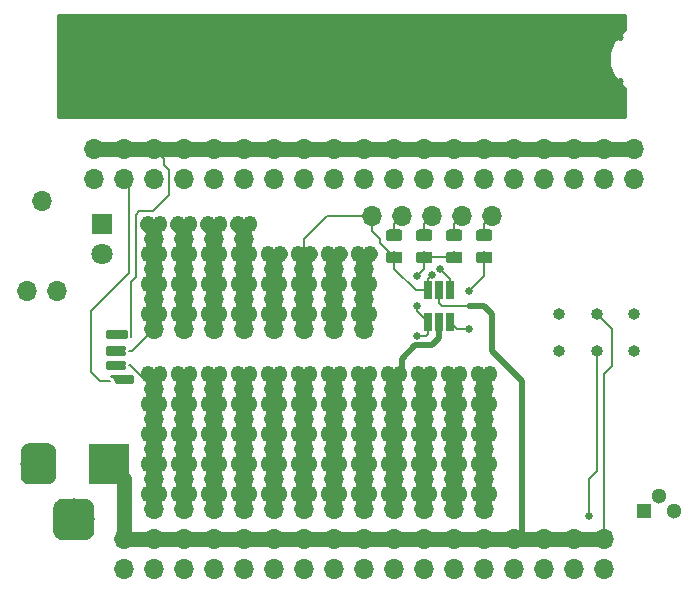
<source format=gtl>
G04 #@! TF.GenerationSoftware,KiCad,Pcbnew,5.0.2+dfsg1-1~bpo9+1*
G04 #@! TF.CreationDate,2020-03-29T02:56:01-04:00*
G04 #@! TF.ProjectId,attiny10,61747469-6e79-4313-902e-6b696361645f,0.10.a*
G04 #@! TF.SameCoordinates,Original*
G04 #@! TF.FileFunction,Copper,L1,Top*
G04 #@! TF.FilePolarity,Positive*
%FSLAX46Y46*%
G04 Gerber Fmt 4.6, Leading zero omitted, Abs format (unit mm)*
G04 Created by KiCad (PCBNEW 5.0.2+dfsg1-1~bpo9+1) date Sun 29 Mar 2020 02:56:01 AM EDT*
%MOMM*%
%LPD*%
G01*
G04 APERTURE LIST*
G04 #@! TA.AperFunction,ComponentPad*
%ADD10O,1.000000X1.000000*%
G04 #@! TD*
G04 #@! TA.AperFunction,ComponentPad*
%ADD11O,1.700000X1.700000*%
G04 #@! TD*
G04 #@! TA.AperFunction,Conductor*
%ADD12C,0.150000*%
G04 #@! TD*
G04 #@! TA.AperFunction,SMDPad,CuDef*
%ADD13C,0.975000*%
G04 #@! TD*
G04 #@! TA.AperFunction,ComponentPad*
%ADD14O,1.200000X1.400000*%
G04 #@! TD*
G04 #@! TA.AperFunction,ComponentPad*
%ADD15C,1.800000*%
G04 #@! TD*
G04 #@! TA.AperFunction,ComponentPad*
%ADD16R,1.800000X1.800000*%
G04 #@! TD*
G04 #@! TA.AperFunction,SMDPad,CuDef*
%ADD17R,0.650000X1.560000*%
G04 #@! TD*
G04 #@! TA.AperFunction,ComponentPad*
%ADD18R,1.300000X1.300000*%
G04 #@! TD*
G04 #@! TA.AperFunction,ComponentPad*
%ADD19C,1.300000*%
G04 #@! TD*
G04 #@! TA.AperFunction,ComponentPad*
%ADD20C,3.500000*%
G04 #@! TD*
G04 #@! TA.AperFunction,ComponentPad*
%ADD21C,3.000000*%
G04 #@! TD*
G04 #@! TA.AperFunction,ComponentPad*
%ADD22R,3.500000X3.500000*%
G04 #@! TD*
G04 #@! TA.AperFunction,ViaPad*
%ADD23C,0.635000*%
G04 #@! TD*
G04 #@! TA.AperFunction,Conductor*
%ADD24C,1.270000*%
G04 #@! TD*
G04 #@! TA.AperFunction,Conductor*
%ADD25C,1.016000*%
G04 #@! TD*
G04 #@! TA.AperFunction,Conductor*
%ADD26C,0.203200*%
G04 #@! TD*
G04 #@! TA.AperFunction,Conductor*
%ADD27C,0.508000*%
G04 #@! TD*
G04 #@! TA.AperFunction,NonConductor*
%ADD28C,0.254000*%
G04 #@! TD*
G04 APERTURE END LIST*
D10*
G04 #@! TO.P,REF\002A\002A,1*
G04 #@! TO.N,N/C*
X76835000Y-84455000D03*
G04 #@! TD*
G04 #@! TO.P,REF\002A\002A,1*
G04 #@! TO.N,N/C*
X80010000Y-84455000D03*
G04 #@! TD*
G04 #@! TO.P,REF\002A\002A,1*
G04 #@! TO.N,N/C*
X83185000Y-84455000D03*
G04 #@! TD*
G04 #@! TO.P,REF\002A\002A,1*
G04 #@! TO.N,N/C*
X83185000Y-81280000D03*
G04 #@! TD*
G04 #@! TO.P,REF\002A\002A,1*
G04 #@! TO.N,N/C*
X80010000Y-81280000D03*
G04 #@! TD*
D11*
G04 #@! TO.P,REF\002A\002A,1*
G04 #@! TO.N,N/C*
X67945000Y-102870000D03*
G04 #@! TD*
D12*
G04 #@! TO.N,N/C*
G04 #@! TO.C,REF\002A\002A*
G36*
X70965142Y-74141174D02*
X70988803Y-74144684D01*
X71012007Y-74150496D01*
X71034529Y-74158554D01*
X71056153Y-74168782D01*
X71076670Y-74181079D01*
X71095883Y-74195329D01*
X71113607Y-74211393D01*
X71129671Y-74229117D01*
X71143921Y-74248330D01*
X71156218Y-74268847D01*
X71166446Y-74290471D01*
X71174504Y-74312993D01*
X71180316Y-74336197D01*
X71183826Y-74359858D01*
X71185000Y-74383750D01*
X71185000Y-74871250D01*
X71183826Y-74895142D01*
X71180316Y-74918803D01*
X71174504Y-74942007D01*
X71166446Y-74964529D01*
X71156218Y-74986153D01*
X71143921Y-75006670D01*
X71129671Y-75025883D01*
X71113607Y-75043607D01*
X71095883Y-75059671D01*
X71076670Y-75073921D01*
X71056153Y-75086218D01*
X71034529Y-75096446D01*
X71012007Y-75104504D01*
X70988803Y-75110316D01*
X70965142Y-75113826D01*
X70941250Y-75115000D01*
X70028750Y-75115000D01*
X70004858Y-75113826D01*
X69981197Y-75110316D01*
X69957993Y-75104504D01*
X69935471Y-75096446D01*
X69913847Y-75086218D01*
X69893330Y-75073921D01*
X69874117Y-75059671D01*
X69856393Y-75043607D01*
X69840329Y-75025883D01*
X69826079Y-75006670D01*
X69813782Y-74986153D01*
X69803554Y-74964529D01*
X69795496Y-74942007D01*
X69789684Y-74918803D01*
X69786174Y-74895142D01*
X69785000Y-74871250D01*
X69785000Y-74383750D01*
X69786174Y-74359858D01*
X69789684Y-74336197D01*
X69795496Y-74312993D01*
X69803554Y-74290471D01*
X69813782Y-74268847D01*
X69826079Y-74248330D01*
X69840329Y-74229117D01*
X69856393Y-74211393D01*
X69874117Y-74195329D01*
X69893330Y-74181079D01*
X69913847Y-74168782D01*
X69935471Y-74158554D01*
X69957993Y-74150496D01*
X69981197Y-74144684D01*
X70004858Y-74141174D01*
X70028750Y-74140000D01*
X70941250Y-74140000D01*
X70965142Y-74141174D01*
X70965142Y-74141174D01*
G37*
D13*
G04 #@! TD*
G04 #@! TO.P,REF\002A\002A,1*
G04 #@! TO.N,N/C*
X70485000Y-74627500D03*
D12*
G04 #@! TO.N,N/C*
G04 #@! TO.C,REF\002A\002A*
G36*
X70965142Y-76016174D02*
X70988803Y-76019684D01*
X71012007Y-76025496D01*
X71034529Y-76033554D01*
X71056153Y-76043782D01*
X71076670Y-76056079D01*
X71095883Y-76070329D01*
X71113607Y-76086393D01*
X71129671Y-76104117D01*
X71143921Y-76123330D01*
X71156218Y-76143847D01*
X71166446Y-76165471D01*
X71174504Y-76187993D01*
X71180316Y-76211197D01*
X71183826Y-76234858D01*
X71185000Y-76258750D01*
X71185000Y-76746250D01*
X71183826Y-76770142D01*
X71180316Y-76793803D01*
X71174504Y-76817007D01*
X71166446Y-76839529D01*
X71156218Y-76861153D01*
X71143921Y-76881670D01*
X71129671Y-76900883D01*
X71113607Y-76918607D01*
X71095883Y-76934671D01*
X71076670Y-76948921D01*
X71056153Y-76961218D01*
X71034529Y-76971446D01*
X71012007Y-76979504D01*
X70988803Y-76985316D01*
X70965142Y-76988826D01*
X70941250Y-76990000D01*
X70028750Y-76990000D01*
X70004858Y-76988826D01*
X69981197Y-76985316D01*
X69957993Y-76979504D01*
X69935471Y-76971446D01*
X69913847Y-76961218D01*
X69893330Y-76948921D01*
X69874117Y-76934671D01*
X69856393Y-76918607D01*
X69840329Y-76900883D01*
X69826079Y-76881670D01*
X69813782Y-76861153D01*
X69803554Y-76839529D01*
X69795496Y-76817007D01*
X69789684Y-76793803D01*
X69786174Y-76770142D01*
X69785000Y-76746250D01*
X69785000Y-76258750D01*
X69786174Y-76234858D01*
X69789684Y-76211197D01*
X69795496Y-76187993D01*
X69803554Y-76165471D01*
X69813782Y-76143847D01*
X69826079Y-76123330D01*
X69840329Y-76104117D01*
X69856393Y-76086393D01*
X69874117Y-76070329D01*
X69893330Y-76056079D01*
X69913847Y-76043782D01*
X69935471Y-76033554D01*
X69957993Y-76025496D01*
X69981197Y-76019684D01*
X70004858Y-76016174D01*
X70028750Y-76015000D01*
X70941250Y-76015000D01*
X70965142Y-76016174D01*
X70965142Y-76016174D01*
G37*
D13*
G04 #@! TD*
G04 #@! TO.P,REF\002A\002A,2*
G04 #@! TO.N,N/C*
X70485000Y-76502500D03*
D12*
G04 #@! TO.N,N/C*
G04 #@! TO.C,REF\002A\002A*
G36*
X68425142Y-76016174D02*
X68448803Y-76019684D01*
X68472007Y-76025496D01*
X68494529Y-76033554D01*
X68516153Y-76043782D01*
X68536670Y-76056079D01*
X68555883Y-76070329D01*
X68573607Y-76086393D01*
X68589671Y-76104117D01*
X68603921Y-76123330D01*
X68616218Y-76143847D01*
X68626446Y-76165471D01*
X68634504Y-76187993D01*
X68640316Y-76211197D01*
X68643826Y-76234858D01*
X68645000Y-76258750D01*
X68645000Y-76746250D01*
X68643826Y-76770142D01*
X68640316Y-76793803D01*
X68634504Y-76817007D01*
X68626446Y-76839529D01*
X68616218Y-76861153D01*
X68603921Y-76881670D01*
X68589671Y-76900883D01*
X68573607Y-76918607D01*
X68555883Y-76934671D01*
X68536670Y-76948921D01*
X68516153Y-76961218D01*
X68494529Y-76971446D01*
X68472007Y-76979504D01*
X68448803Y-76985316D01*
X68425142Y-76988826D01*
X68401250Y-76990000D01*
X67488750Y-76990000D01*
X67464858Y-76988826D01*
X67441197Y-76985316D01*
X67417993Y-76979504D01*
X67395471Y-76971446D01*
X67373847Y-76961218D01*
X67353330Y-76948921D01*
X67334117Y-76934671D01*
X67316393Y-76918607D01*
X67300329Y-76900883D01*
X67286079Y-76881670D01*
X67273782Y-76861153D01*
X67263554Y-76839529D01*
X67255496Y-76817007D01*
X67249684Y-76793803D01*
X67246174Y-76770142D01*
X67245000Y-76746250D01*
X67245000Y-76258750D01*
X67246174Y-76234858D01*
X67249684Y-76211197D01*
X67255496Y-76187993D01*
X67263554Y-76165471D01*
X67273782Y-76143847D01*
X67286079Y-76123330D01*
X67300329Y-76104117D01*
X67316393Y-76086393D01*
X67334117Y-76070329D01*
X67353330Y-76056079D01*
X67373847Y-76043782D01*
X67395471Y-76033554D01*
X67417993Y-76025496D01*
X67441197Y-76019684D01*
X67464858Y-76016174D01*
X67488750Y-76015000D01*
X68401250Y-76015000D01*
X68425142Y-76016174D01*
X68425142Y-76016174D01*
G37*
D13*
G04 #@! TD*
G04 #@! TO.P,REF\002A\002A,2*
G04 #@! TO.N,N/C*
X67945000Y-76502500D03*
D12*
G04 #@! TO.N,N/C*
G04 #@! TO.C,REF\002A\002A*
G36*
X68425142Y-74141174D02*
X68448803Y-74144684D01*
X68472007Y-74150496D01*
X68494529Y-74158554D01*
X68516153Y-74168782D01*
X68536670Y-74181079D01*
X68555883Y-74195329D01*
X68573607Y-74211393D01*
X68589671Y-74229117D01*
X68603921Y-74248330D01*
X68616218Y-74268847D01*
X68626446Y-74290471D01*
X68634504Y-74312993D01*
X68640316Y-74336197D01*
X68643826Y-74359858D01*
X68645000Y-74383750D01*
X68645000Y-74871250D01*
X68643826Y-74895142D01*
X68640316Y-74918803D01*
X68634504Y-74942007D01*
X68626446Y-74964529D01*
X68616218Y-74986153D01*
X68603921Y-75006670D01*
X68589671Y-75025883D01*
X68573607Y-75043607D01*
X68555883Y-75059671D01*
X68536670Y-75073921D01*
X68516153Y-75086218D01*
X68494529Y-75096446D01*
X68472007Y-75104504D01*
X68448803Y-75110316D01*
X68425142Y-75113826D01*
X68401250Y-75115000D01*
X67488750Y-75115000D01*
X67464858Y-75113826D01*
X67441197Y-75110316D01*
X67417993Y-75104504D01*
X67395471Y-75096446D01*
X67373847Y-75086218D01*
X67353330Y-75073921D01*
X67334117Y-75059671D01*
X67316393Y-75043607D01*
X67300329Y-75025883D01*
X67286079Y-75006670D01*
X67273782Y-74986153D01*
X67263554Y-74964529D01*
X67255496Y-74942007D01*
X67249684Y-74918803D01*
X67246174Y-74895142D01*
X67245000Y-74871250D01*
X67245000Y-74383750D01*
X67246174Y-74359858D01*
X67249684Y-74336197D01*
X67255496Y-74312993D01*
X67263554Y-74290471D01*
X67273782Y-74268847D01*
X67286079Y-74248330D01*
X67300329Y-74229117D01*
X67316393Y-74211393D01*
X67334117Y-74195329D01*
X67353330Y-74181079D01*
X67373847Y-74168782D01*
X67395471Y-74158554D01*
X67417993Y-74150496D01*
X67441197Y-74144684D01*
X67464858Y-74141174D01*
X67488750Y-74140000D01*
X68401250Y-74140000D01*
X68425142Y-74141174D01*
X68425142Y-74141174D01*
G37*
D13*
G04 #@! TD*
G04 #@! TO.P,REF\002A\002A,1*
G04 #@! TO.N,N/C*
X67945000Y-74627500D03*
D12*
G04 #@! TO.N,N/C*
G04 #@! TO.C,REF\002A\002A*
G36*
X65885142Y-74141174D02*
X65908803Y-74144684D01*
X65932007Y-74150496D01*
X65954529Y-74158554D01*
X65976153Y-74168782D01*
X65996670Y-74181079D01*
X66015883Y-74195329D01*
X66033607Y-74211393D01*
X66049671Y-74229117D01*
X66063921Y-74248330D01*
X66076218Y-74268847D01*
X66086446Y-74290471D01*
X66094504Y-74312993D01*
X66100316Y-74336197D01*
X66103826Y-74359858D01*
X66105000Y-74383750D01*
X66105000Y-74871250D01*
X66103826Y-74895142D01*
X66100316Y-74918803D01*
X66094504Y-74942007D01*
X66086446Y-74964529D01*
X66076218Y-74986153D01*
X66063921Y-75006670D01*
X66049671Y-75025883D01*
X66033607Y-75043607D01*
X66015883Y-75059671D01*
X65996670Y-75073921D01*
X65976153Y-75086218D01*
X65954529Y-75096446D01*
X65932007Y-75104504D01*
X65908803Y-75110316D01*
X65885142Y-75113826D01*
X65861250Y-75115000D01*
X64948750Y-75115000D01*
X64924858Y-75113826D01*
X64901197Y-75110316D01*
X64877993Y-75104504D01*
X64855471Y-75096446D01*
X64833847Y-75086218D01*
X64813330Y-75073921D01*
X64794117Y-75059671D01*
X64776393Y-75043607D01*
X64760329Y-75025883D01*
X64746079Y-75006670D01*
X64733782Y-74986153D01*
X64723554Y-74964529D01*
X64715496Y-74942007D01*
X64709684Y-74918803D01*
X64706174Y-74895142D01*
X64705000Y-74871250D01*
X64705000Y-74383750D01*
X64706174Y-74359858D01*
X64709684Y-74336197D01*
X64715496Y-74312993D01*
X64723554Y-74290471D01*
X64733782Y-74268847D01*
X64746079Y-74248330D01*
X64760329Y-74229117D01*
X64776393Y-74211393D01*
X64794117Y-74195329D01*
X64813330Y-74181079D01*
X64833847Y-74168782D01*
X64855471Y-74158554D01*
X64877993Y-74150496D01*
X64901197Y-74144684D01*
X64924858Y-74141174D01*
X64948750Y-74140000D01*
X65861250Y-74140000D01*
X65885142Y-74141174D01*
X65885142Y-74141174D01*
G37*
D13*
G04 #@! TD*
G04 #@! TO.P,REF\002A\002A,1*
G04 #@! TO.N,N/C*
X65405000Y-74627500D03*
D12*
G04 #@! TO.N,N/C*
G04 #@! TO.C,REF\002A\002A*
G36*
X65885142Y-76016174D02*
X65908803Y-76019684D01*
X65932007Y-76025496D01*
X65954529Y-76033554D01*
X65976153Y-76043782D01*
X65996670Y-76056079D01*
X66015883Y-76070329D01*
X66033607Y-76086393D01*
X66049671Y-76104117D01*
X66063921Y-76123330D01*
X66076218Y-76143847D01*
X66086446Y-76165471D01*
X66094504Y-76187993D01*
X66100316Y-76211197D01*
X66103826Y-76234858D01*
X66105000Y-76258750D01*
X66105000Y-76746250D01*
X66103826Y-76770142D01*
X66100316Y-76793803D01*
X66094504Y-76817007D01*
X66086446Y-76839529D01*
X66076218Y-76861153D01*
X66063921Y-76881670D01*
X66049671Y-76900883D01*
X66033607Y-76918607D01*
X66015883Y-76934671D01*
X65996670Y-76948921D01*
X65976153Y-76961218D01*
X65954529Y-76971446D01*
X65932007Y-76979504D01*
X65908803Y-76985316D01*
X65885142Y-76988826D01*
X65861250Y-76990000D01*
X64948750Y-76990000D01*
X64924858Y-76988826D01*
X64901197Y-76985316D01*
X64877993Y-76979504D01*
X64855471Y-76971446D01*
X64833847Y-76961218D01*
X64813330Y-76948921D01*
X64794117Y-76934671D01*
X64776393Y-76918607D01*
X64760329Y-76900883D01*
X64746079Y-76881670D01*
X64733782Y-76861153D01*
X64723554Y-76839529D01*
X64715496Y-76817007D01*
X64709684Y-76793803D01*
X64706174Y-76770142D01*
X64705000Y-76746250D01*
X64705000Y-76258750D01*
X64706174Y-76234858D01*
X64709684Y-76211197D01*
X64715496Y-76187993D01*
X64723554Y-76165471D01*
X64733782Y-76143847D01*
X64746079Y-76123330D01*
X64760329Y-76104117D01*
X64776393Y-76086393D01*
X64794117Y-76070329D01*
X64813330Y-76056079D01*
X64833847Y-76043782D01*
X64855471Y-76033554D01*
X64877993Y-76025496D01*
X64901197Y-76019684D01*
X64924858Y-76016174D01*
X64948750Y-76015000D01*
X65861250Y-76015000D01*
X65885142Y-76016174D01*
X65885142Y-76016174D01*
G37*
D13*
G04 #@! TD*
G04 #@! TO.P,REF\002A\002A,2*
G04 #@! TO.N,N/C*
X65405000Y-76502500D03*
D11*
G04 #@! TO.P,REF\002A\002A,1*
G04 #@! TO.N,N/C*
X60960000Y-73025000D03*
G04 #@! TD*
G04 #@! TO.P,REF\002A\002A,1*
G04 #@! TO.N,N/C*
X71120000Y-73025000D03*
G04 #@! TD*
G04 #@! TO.P,REF\002A\002A,1*
G04 #@! TO.N,N/C*
X68580000Y-73025000D03*
G04 #@! TD*
G04 #@! TO.P,REF\002A\002A,1*
G04 #@! TO.N,N/C*
X66040000Y-73025000D03*
G04 #@! TD*
G04 #@! TO.P,REF\002A\002A,1*
G04 #@! TO.N,N/C*
X63500000Y-73025000D03*
G04 #@! TD*
G04 #@! TO.P,REF\002A\002A,1*
G04 #@! TO.N,N/C*
X73025000Y-69850000D03*
G04 #@! TD*
G04 #@! TO.P,REF\002A\002A,1*
G04 #@! TO.N,N/C*
X70485000Y-69850000D03*
G04 #@! TD*
G04 #@! TO.P,REF\002A\002A,1*
G04 #@! TO.N,N/C*
X67945000Y-69850000D03*
G04 #@! TD*
G04 #@! TO.P,REF\002A\002A,1*
G04 #@! TO.N,N/C*
X65405000Y-69850000D03*
G04 #@! TD*
G04 #@! TO.P,REF\002A\002A,1*
G04 #@! TO.N,N/C*
X33020000Y-71755000D03*
G04 #@! TD*
G04 #@! TO.P,REF\002A\002A,1*
G04 #@! TO.N,N/C*
X34290000Y-79375000D03*
G04 #@! TD*
G04 #@! TO.P,REF\002A\002A,1*
G04 #@! TO.N,N/C*
X31750000Y-79375000D03*
G04 #@! TD*
G04 #@! TO.P,REF\002A\002A,1*
G04 #@! TO.N,N/C*
X83185000Y-69850000D03*
G04 #@! TD*
G04 #@! TO.P,REF\002A\002A,1*
G04 #@! TO.N,N/C*
X70485000Y-67310000D03*
G04 #@! TD*
G04 #@! TO.P,REF\002A\002A,1*
G04 #@! TO.N,N/C*
X83185000Y-67310000D03*
G04 #@! TD*
G04 #@! TO.P,REF\002A\002A,1*
G04 #@! TO.N,N/C*
X75565000Y-67310000D03*
G04 #@! TD*
G04 #@! TO.P,REF\002A\002A,1*
G04 #@! TO.N,N/C*
X78105000Y-69850000D03*
G04 #@! TD*
G04 #@! TO.P,REF\002A\002A,1*
G04 #@! TO.N,N/C*
X78105000Y-67310000D03*
G04 #@! TD*
G04 #@! TO.P,REF\002A\002A,1*
G04 #@! TO.N,N/C*
X80645000Y-67310000D03*
G04 #@! TD*
G04 #@! TO.P,REF\002A\002A,1*
G04 #@! TO.N,N/C*
X73025000Y-67310000D03*
G04 #@! TD*
G04 #@! TO.P,REF\002A\002A,1*
G04 #@! TO.N,N/C*
X75565000Y-69850000D03*
G04 #@! TD*
G04 #@! TO.P,REF\002A\002A,1*
G04 #@! TO.N,N/C*
X80645000Y-69850000D03*
G04 #@! TD*
G04 #@! TO.P,REF\002A\002A,1*
G04 #@! TO.N,N/C*
X80645000Y-102870000D03*
G04 #@! TD*
G04 #@! TO.P,REF\002A\002A,1*
G04 #@! TO.N,N/C*
X75565000Y-102870000D03*
G04 #@! TD*
G04 #@! TO.P,REF\002A\002A,1*
G04 #@! TO.N,N/C*
X70485000Y-102870000D03*
G04 #@! TD*
G04 #@! TO.P,REF\002A\002A,1*
G04 #@! TO.N,N/C*
X78105000Y-102870000D03*
G04 #@! TD*
G04 #@! TO.P,REF\002A\002A,1*
G04 #@! TO.N,N/C*
X73025000Y-102870000D03*
G04 #@! TD*
G04 #@! TO.P,REF\002A\002A,1*
G04 #@! TO.N,N/C*
X73025000Y-100330000D03*
G04 #@! TD*
G04 #@! TO.P,REF\002A\002A,1*
G04 #@! TO.N,N/C*
X78105000Y-100330000D03*
G04 #@! TD*
G04 #@! TO.P,REF\002A\002A,1*
G04 #@! TO.N,N/C*
X80645000Y-100330000D03*
G04 #@! TD*
G04 #@! TO.P,REF\002A\002A,1*
G04 #@! TO.N,N/C*
X75565000Y-100330000D03*
G04 #@! TD*
G04 #@! TO.P,REF\002A\002A,1*
G04 #@! TO.N,N/C*
X70485000Y-100330000D03*
G04 #@! TD*
G04 #@! TO.P,REF\002A\002A,1*
G04 #@! TO.N,N/C*
X70485000Y-92710000D03*
G04 #@! TD*
G04 #@! TO.P,REF\002A\002A,1*
G04 #@! TO.N,N/C*
X65405000Y-90170000D03*
G04 #@! TD*
G04 #@! TO.P,REF\002A\002A,1*
G04 #@! TO.N,N/C*
X65405000Y-97790000D03*
G04 #@! TD*
G04 #@! TO.P,REF\002A\002A,1*
G04 #@! TO.N,N/C*
X62865000Y-87630000D03*
G04 #@! TD*
G04 #@! TO.P,REF\002A\002A,1*
G04 #@! TO.N,N/C*
X62865000Y-90170000D03*
G04 #@! TD*
G04 #@! TO.P,REF\002A\002A,1*
G04 #@! TO.N,N/C*
X67945000Y-95250000D03*
G04 #@! TD*
G04 #@! TO.P,REF\002A\002A,1*
G04 #@! TO.N,N/C*
X67945000Y-92710000D03*
G04 #@! TD*
G04 #@! TO.P,REF\002A\002A,1*
G04 #@! TO.N,N/C*
X70485000Y-97790000D03*
G04 #@! TD*
G04 #@! TO.P,REF\002A\002A,1*
G04 #@! TO.N,N/C*
X70485000Y-90170000D03*
G04 #@! TD*
G04 #@! TO.P,REF\002A\002A,1*
G04 #@! TO.N,N/C*
X70485000Y-95250000D03*
G04 #@! TD*
G04 #@! TO.P,REF\002A\002A,1*
G04 #@! TO.N,N/C*
X62865000Y-95250000D03*
G04 #@! TD*
G04 #@! TO.P,REF\002A\002A,1*
G04 #@! TO.N,N/C*
X62865000Y-92710000D03*
G04 #@! TD*
G04 #@! TO.P,REF\002A\002A,1*
G04 #@! TO.N,N/C*
X65405000Y-95250000D03*
G04 #@! TD*
G04 #@! TO.P,REF\002A\002A,1*
G04 #@! TO.N,N/C*
X65405000Y-92710000D03*
G04 #@! TD*
G04 #@! TO.P,REF\002A\002A,1*
G04 #@! TO.N,N/C*
X67945000Y-97790000D03*
G04 #@! TD*
G04 #@! TO.P,REF\002A\002A,1*
G04 #@! TO.N,N/C*
X62865000Y-97790000D03*
G04 #@! TD*
G04 #@! TO.P,REF\002A\002A,1*
G04 #@! TO.N,N/C*
X67945000Y-90170000D03*
G04 #@! TD*
G04 #@! TO.P,REF\002A\002A,1*
G04 #@! TO.N,N/C*
X67945000Y-87630000D03*
G04 #@! TD*
D14*
G04 #@! TO.P,P?,8*
G04 #@! TO.N,N/C*
X71020000Y-88900000D03*
G04 #@! TO.P,P?,7*
X69950000Y-88900000D03*
G04 #@! TO.P,P?,6*
X68480000Y-88900000D03*
G04 #@! TO.P,P?,5*
X67410000Y-88900000D03*
G04 #@! TO.P,P?,4*
X65940000Y-88900000D03*
G04 #@! TO.P,P?,3*
X64870000Y-88900000D03*
G04 #@! TO.P,P?,2*
X63400000Y-88900000D03*
G04 #@! TO.P,P?,1*
X62330000Y-88900000D03*
G04 #@! TD*
G04 #@! TO.P,P?,8*
G04 #@! TO.N,N/C*
X71020000Y-96520000D03*
G04 #@! TO.P,P?,7*
X69950000Y-96520000D03*
G04 #@! TO.P,P?,6*
X68480000Y-96520000D03*
G04 #@! TO.P,P?,5*
X67410000Y-96520000D03*
G04 #@! TO.P,P?,4*
X65940000Y-96520000D03*
G04 #@! TO.P,P?,3*
X64870000Y-96520000D03*
G04 #@! TO.P,P?,2*
X63400000Y-96520000D03*
G04 #@! TO.P,P?,1*
X62330000Y-96520000D03*
G04 #@! TD*
G04 #@! TO.P,P?,8*
G04 #@! TO.N,N/C*
X71020000Y-86360000D03*
G04 #@! TO.P,P?,7*
X69950000Y-86360000D03*
G04 #@! TO.P,P?,6*
X68480000Y-86360000D03*
G04 #@! TO.P,P?,5*
X67410000Y-86360000D03*
G04 #@! TO.P,P?,4*
X65940000Y-86360000D03*
G04 #@! TO.P,P?,3*
X64870000Y-86360000D03*
G04 #@! TO.P,P?,2*
X63400000Y-86360000D03*
G04 #@! TO.P,P?,1*
X62330000Y-86360000D03*
G04 #@! TD*
G04 #@! TO.P,P?,8*
G04 #@! TO.N,N/C*
X71020000Y-93980000D03*
G04 #@! TO.P,P?,7*
X69950000Y-93980000D03*
G04 #@! TO.P,P?,6*
X68480000Y-93980000D03*
G04 #@! TO.P,P?,5*
X67410000Y-93980000D03*
G04 #@! TO.P,P?,4*
X65940000Y-93980000D03*
G04 #@! TO.P,P?,3*
X64870000Y-93980000D03*
G04 #@! TO.P,P?,2*
X63400000Y-93980000D03*
G04 #@! TO.P,P?,1*
X62330000Y-93980000D03*
G04 #@! TD*
G04 #@! TO.P,P?,8*
G04 #@! TO.N,N/C*
X71020000Y-91440000D03*
G04 #@! TO.P,P?,7*
X69950000Y-91440000D03*
G04 #@! TO.P,P?,6*
X68480000Y-91440000D03*
G04 #@! TO.P,P?,5*
X67410000Y-91440000D03*
G04 #@! TO.P,P?,4*
X65940000Y-91440000D03*
G04 #@! TO.P,P?,3*
X64870000Y-91440000D03*
G04 #@! TO.P,P?,2*
X63400000Y-91440000D03*
G04 #@! TO.P,P?,1*
X62330000Y-91440000D03*
G04 #@! TD*
D11*
G04 #@! TO.P,REF\002A\002A,1*
G04 #@! TO.N,N/C*
X65405000Y-87630000D03*
G04 #@! TD*
G04 #@! TO.P,REF\002A\002A,1*
G04 #@! TO.N,N/C*
X70485000Y-87630000D03*
G04 #@! TD*
G04 #@! TO.P,REF\002A\002A,1*
G04 #@! TO.N,N/C*
X50165000Y-77470000D03*
G04 #@! TD*
G04 #@! TO.P,REF\002A\002A,1*
G04 #@! TO.N,N/C*
X52705000Y-82550000D03*
G04 #@! TD*
G04 #@! TO.P,REF\002A\002A,1*
G04 #@! TO.N,N/C*
X52705000Y-80010000D03*
G04 #@! TD*
G04 #@! TO.P,REF\002A\002A,1*
G04 #@! TO.N,N/C*
X57785000Y-82550000D03*
G04 #@! TD*
G04 #@! TO.P,REF\002A\002A,1*
G04 #@! TO.N,N/C*
X45085000Y-74930000D03*
G04 #@! TD*
G04 #@! TO.P,REF\002A\002A,1*
G04 #@! TO.N,N/C*
X45085000Y-82550000D03*
G04 #@! TD*
G04 #@! TO.P,REF\002A\002A,1*
G04 #@! TO.N,N/C*
X42545000Y-74930000D03*
G04 #@! TD*
G04 #@! TO.P,REF\002A\002A,1*
G04 #@! TO.N,N/C*
X47625000Y-80010000D03*
G04 #@! TD*
G04 #@! TO.P,REF\002A\002A,1*
G04 #@! TO.N,N/C*
X47625000Y-77470000D03*
G04 #@! TD*
G04 #@! TO.P,REF\002A\002A,1*
G04 #@! TO.N,N/C*
X50165000Y-82550000D03*
G04 #@! TD*
G04 #@! TO.P,REF\002A\002A,1*
G04 #@! TO.N,N/C*
X50165000Y-74930000D03*
G04 #@! TD*
G04 #@! TO.P,REF\002A\002A,1*
G04 #@! TO.N,N/C*
X57785000Y-77470000D03*
G04 #@! TD*
G04 #@! TO.P,REF\002A\002A,1*
G04 #@! TO.N,N/C*
X55245000Y-77470000D03*
G04 #@! TD*
G04 #@! TO.P,REF\002A\002A,1*
G04 #@! TO.N,N/C*
X50165000Y-80010000D03*
G04 #@! TD*
G04 #@! TO.P,REF\002A\002A,1*
G04 #@! TO.N,N/C*
X42545000Y-80010000D03*
G04 #@! TD*
G04 #@! TO.P,REF\002A\002A,1*
G04 #@! TO.N,N/C*
X42545000Y-77470000D03*
G04 #@! TD*
G04 #@! TO.P,REF\002A\002A,1*
G04 #@! TO.N,N/C*
X55245000Y-80010000D03*
G04 #@! TD*
G04 #@! TO.P,REF\002A\002A,1*
G04 #@! TO.N,N/C*
X60325000Y-82550000D03*
G04 #@! TD*
G04 #@! TO.P,REF\002A\002A,1*
G04 #@! TO.N,N/C*
X60325000Y-80010000D03*
G04 #@! TD*
G04 #@! TO.P,REF\002A\002A,1*
G04 #@! TO.N,N/C*
X52705000Y-77470000D03*
G04 #@! TD*
D14*
G04 #@! TO.P,P?,1*
G04 #@! TO.N,N/C*
X52170000Y-76200000D03*
G04 #@! TO.P,P?,2*
X53240000Y-76200000D03*
G04 #@! TO.P,P?,3*
X54710000Y-76200000D03*
G04 #@! TO.P,P?,4*
X55780000Y-76200000D03*
G04 #@! TO.P,P?,5*
X57250000Y-76200000D03*
G04 #@! TO.P,P?,6*
X58320000Y-76200000D03*
G04 #@! TO.P,P?,7*
X59790000Y-76200000D03*
G04 #@! TO.P,P?,8*
X60860000Y-76200000D03*
G04 #@! TD*
D11*
G04 #@! TO.P,REF\002A\002A,1*
G04 #@! TO.N,N/C*
X55245000Y-82550000D03*
G04 #@! TD*
G04 #@! TO.P,REF\002A\002A,1*
G04 #@! TO.N,N/C*
X57785000Y-80010000D03*
G04 #@! TD*
D14*
G04 #@! TO.P,P?,1*
G04 #@! TO.N,N/C*
X52170000Y-81280000D03*
G04 #@! TO.P,P?,2*
X53240000Y-81280000D03*
G04 #@! TO.P,P?,3*
X54710000Y-81280000D03*
G04 #@! TO.P,P?,4*
X55780000Y-81280000D03*
G04 #@! TO.P,P?,5*
X57250000Y-81280000D03*
G04 #@! TO.P,P?,6*
X58320000Y-81280000D03*
G04 #@! TO.P,P?,7*
X59790000Y-81280000D03*
G04 #@! TO.P,P?,8*
X60860000Y-81280000D03*
G04 #@! TD*
D11*
G04 #@! TO.P,REF\002A\002A,1*
G04 #@! TO.N,N/C*
X45085000Y-80010000D03*
G04 #@! TD*
G04 #@! TO.P,REF\002A\002A,1*
G04 #@! TO.N,N/C*
X45085000Y-77470000D03*
G04 #@! TD*
D14*
G04 #@! TO.P,P?,1*
G04 #@! TO.N,N/C*
X52170000Y-78740000D03*
G04 #@! TO.P,P?,2*
X53240000Y-78740000D03*
G04 #@! TO.P,P?,3*
X54710000Y-78740000D03*
G04 #@! TO.P,P?,4*
X55780000Y-78740000D03*
G04 #@! TO.P,P?,5*
X57250000Y-78740000D03*
G04 #@! TO.P,P?,6*
X58320000Y-78740000D03*
G04 #@! TO.P,P?,7*
X59790000Y-78740000D03*
G04 #@! TO.P,P?,8*
X60860000Y-78740000D03*
G04 #@! TD*
D11*
G04 #@! TO.P,REF\002A\002A,1*
G04 #@! TO.N,N/C*
X47625000Y-82550000D03*
G04 #@! TD*
G04 #@! TO.P,REF\002A\002A,1*
G04 #@! TO.N,N/C*
X42545000Y-82550000D03*
G04 #@! TD*
G04 #@! TO.P,REF\002A\002A,1*
G04 #@! TO.N,N/C*
X47625000Y-74930000D03*
G04 #@! TD*
G04 #@! TO.P,REF\002A\002A,1*
G04 #@! TO.N,N/C*
X60325000Y-77470000D03*
G04 #@! TD*
D14*
G04 #@! TO.P,P?,8*
G04 #@! TO.N,N/C*
X50700000Y-73660000D03*
G04 #@! TO.P,P?,7*
X49630000Y-73660000D03*
G04 #@! TO.P,P?,6*
X48160000Y-73660000D03*
G04 #@! TO.P,P?,5*
X47090000Y-73660000D03*
G04 #@! TO.P,P?,4*
X45620000Y-73660000D03*
G04 #@! TO.P,P?,3*
X44550000Y-73660000D03*
G04 #@! TO.P,P?,2*
X43080000Y-73660000D03*
G04 #@! TO.P,P?,1*
X42010000Y-73660000D03*
G04 #@! TD*
G04 #@! TO.P,P?,8*
G04 #@! TO.N,N/C*
X50700000Y-81280000D03*
G04 #@! TO.P,P?,7*
X49630000Y-81280000D03*
G04 #@! TO.P,P?,6*
X48160000Y-81280000D03*
G04 #@! TO.P,P?,5*
X47090000Y-81280000D03*
G04 #@! TO.P,P?,4*
X45620000Y-81280000D03*
G04 #@! TO.P,P?,3*
X44550000Y-81280000D03*
G04 #@! TO.P,P?,2*
X43080000Y-81280000D03*
G04 #@! TO.P,P?,1*
X42010000Y-81280000D03*
G04 #@! TD*
G04 #@! TO.P,P?,8*
G04 #@! TO.N,N/C*
X50700000Y-78740000D03*
G04 #@! TO.P,P?,7*
X49630000Y-78740000D03*
G04 #@! TO.P,P?,6*
X48160000Y-78740000D03*
G04 #@! TO.P,P?,5*
X47090000Y-78740000D03*
G04 #@! TO.P,P?,4*
X45620000Y-78740000D03*
G04 #@! TO.P,P?,3*
X44550000Y-78740000D03*
G04 #@! TO.P,P?,2*
X43080000Y-78740000D03*
G04 #@! TO.P,P?,1*
X42010000Y-78740000D03*
G04 #@! TD*
G04 #@! TO.P,P?,8*
G04 #@! TO.N,N/C*
X50700000Y-76200000D03*
G04 #@! TO.P,P?,7*
X49630000Y-76200000D03*
G04 #@! TO.P,P?,6*
X48160000Y-76200000D03*
G04 #@! TO.P,P?,5*
X47090000Y-76200000D03*
G04 #@! TO.P,P?,4*
X45620000Y-76200000D03*
G04 #@! TO.P,P?,3*
X44550000Y-76200000D03*
G04 #@! TO.P,P?,2*
X43080000Y-76200000D03*
G04 #@! TO.P,P?,1*
X42010000Y-76200000D03*
G04 #@! TD*
D11*
G04 #@! TO.P,REF\002A\002A,1*
G04 #@! TO.N,N/C*
X60325000Y-92710000D03*
G04 #@! TD*
G04 #@! TO.P,REF\002A\002A,1*
G04 #@! TO.N,N/C*
X55245000Y-90170000D03*
G04 #@! TD*
G04 #@! TO.P,REF\002A\002A,1*
G04 #@! TO.N,N/C*
X55245000Y-97790000D03*
G04 #@! TD*
G04 #@! TO.P,REF\002A\002A,1*
G04 #@! TO.N,N/C*
X52705000Y-87630000D03*
G04 #@! TD*
G04 #@! TO.P,REF\002A\002A,1*
G04 #@! TO.N,N/C*
X52705000Y-90170000D03*
G04 #@! TD*
G04 #@! TO.P,REF\002A\002A,1*
G04 #@! TO.N,N/C*
X57785000Y-95250000D03*
G04 #@! TD*
G04 #@! TO.P,REF\002A\002A,1*
G04 #@! TO.N,N/C*
X57785000Y-92710000D03*
G04 #@! TD*
G04 #@! TO.P,REF\002A\002A,1*
G04 #@! TO.N,N/C*
X60325000Y-97790000D03*
G04 #@! TD*
G04 #@! TO.P,REF\002A\002A,1*
G04 #@! TO.N,N/C*
X60325000Y-90170000D03*
G04 #@! TD*
G04 #@! TO.P,REF\002A\002A,1*
G04 #@! TO.N,N/C*
X60325000Y-95250000D03*
G04 #@! TD*
G04 #@! TO.P,REF\002A\002A,1*
G04 #@! TO.N,N/C*
X52705000Y-95250000D03*
G04 #@! TD*
G04 #@! TO.P,REF\002A\002A,1*
G04 #@! TO.N,N/C*
X52705000Y-92710000D03*
G04 #@! TD*
G04 #@! TO.P,REF\002A\002A,1*
G04 #@! TO.N,N/C*
X55245000Y-95250000D03*
G04 #@! TD*
G04 #@! TO.P,REF\002A\002A,1*
G04 #@! TO.N,N/C*
X55245000Y-92710000D03*
G04 #@! TD*
G04 #@! TO.P,REF\002A\002A,1*
G04 #@! TO.N,N/C*
X57785000Y-97790000D03*
G04 #@! TD*
G04 #@! TO.P,REF\002A\002A,1*
G04 #@! TO.N,N/C*
X52705000Y-97790000D03*
G04 #@! TD*
G04 #@! TO.P,REF\002A\002A,1*
G04 #@! TO.N,N/C*
X57785000Y-90170000D03*
G04 #@! TD*
G04 #@! TO.P,REF\002A\002A,1*
G04 #@! TO.N,N/C*
X57785000Y-87630000D03*
G04 #@! TD*
D14*
G04 #@! TO.P,P?,8*
G04 #@! TO.N,N/C*
X60860000Y-88900000D03*
G04 #@! TO.P,P?,7*
X59790000Y-88900000D03*
G04 #@! TO.P,P?,6*
X58320000Y-88900000D03*
G04 #@! TO.P,P?,5*
X57250000Y-88900000D03*
G04 #@! TO.P,P?,4*
X55780000Y-88900000D03*
G04 #@! TO.P,P?,3*
X54710000Y-88900000D03*
G04 #@! TO.P,P?,2*
X53240000Y-88900000D03*
G04 #@! TO.P,P?,1*
X52170000Y-88900000D03*
G04 #@! TD*
G04 #@! TO.P,P?,8*
G04 #@! TO.N,N/C*
X60860000Y-96520000D03*
G04 #@! TO.P,P?,7*
X59790000Y-96520000D03*
G04 #@! TO.P,P?,6*
X58320000Y-96520000D03*
G04 #@! TO.P,P?,5*
X57250000Y-96520000D03*
G04 #@! TO.P,P?,4*
X55780000Y-96520000D03*
G04 #@! TO.P,P?,3*
X54710000Y-96520000D03*
G04 #@! TO.P,P?,2*
X53240000Y-96520000D03*
G04 #@! TO.P,P?,1*
X52170000Y-96520000D03*
G04 #@! TD*
G04 #@! TO.P,P?,8*
G04 #@! TO.N,N/C*
X60860000Y-86360000D03*
G04 #@! TO.P,P?,7*
X59790000Y-86360000D03*
G04 #@! TO.P,P?,6*
X58320000Y-86360000D03*
G04 #@! TO.P,P?,5*
X57250000Y-86360000D03*
G04 #@! TO.P,P?,4*
X55780000Y-86360000D03*
G04 #@! TO.P,P?,3*
X54710000Y-86360000D03*
G04 #@! TO.P,P?,2*
X53240000Y-86360000D03*
G04 #@! TO.P,P?,1*
X52170000Y-86360000D03*
G04 #@! TD*
G04 #@! TO.P,P?,8*
G04 #@! TO.N,N/C*
X60860000Y-93980000D03*
G04 #@! TO.P,P?,7*
X59790000Y-93980000D03*
G04 #@! TO.P,P?,6*
X58320000Y-93980000D03*
G04 #@! TO.P,P?,5*
X57250000Y-93980000D03*
G04 #@! TO.P,P?,4*
X55780000Y-93980000D03*
G04 #@! TO.P,P?,3*
X54710000Y-93980000D03*
G04 #@! TO.P,P?,2*
X53240000Y-93980000D03*
G04 #@! TO.P,P?,1*
X52170000Y-93980000D03*
G04 #@! TD*
G04 #@! TO.P,P?,8*
G04 #@! TO.N,N/C*
X60860000Y-91440000D03*
G04 #@! TO.P,P?,7*
X59790000Y-91440000D03*
G04 #@! TO.P,P?,6*
X58320000Y-91440000D03*
G04 #@! TO.P,P?,5*
X57250000Y-91440000D03*
G04 #@! TO.P,P?,4*
X55780000Y-91440000D03*
G04 #@! TO.P,P?,3*
X54710000Y-91440000D03*
G04 #@! TO.P,P?,2*
X53240000Y-91440000D03*
G04 #@! TO.P,P?,1*
X52170000Y-91440000D03*
G04 #@! TD*
D11*
G04 #@! TO.P,REF\002A\002A,1*
G04 #@! TO.N,N/C*
X55245000Y-87630000D03*
G04 #@! TD*
G04 #@! TO.P,REF\002A\002A,1*
G04 #@! TO.N,N/C*
X60325000Y-87630000D03*
G04 #@! TD*
G04 #@! TO.P,REF\002A\002A,1*
G04 #@! TO.N,N/C*
X50165000Y-95250000D03*
G04 #@! TD*
G04 #@! TO.P,REF\002A\002A,1*
G04 #@! TO.N,N/C*
X50165000Y-92710000D03*
G04 #@! TD*
G04 #@! TO.P,REF\002A\002A,1*
G04 #@! TO.N,N/C*
X50165000Y-97790000D03*
G04 #@! TD*
G04 #@! TO.P,REF\002A\002A,1*
G04 #@! TO.N,N/C*
X50165000Y-90170000D03*
G04 #@! TD*
G04 #@! TO.P,REF\002A\002A,1*
G04 #@! TO.N,N/C*
X50165000Y-87630000D03*
G04 #@! TD*
G04 #@! TO.P,REF\002A\002A,1*
G04 #@! TO.N,N/C*
X47625000Y-90170000D03*
G04 #@! TD*
G04 #@! TO.P,REF\002A\002A,1*
G04 #@! TO.N,N/C*
X47625000Y-97790000D03*
G04 #@! TD*
G04 #@! TO.P,REF\002A\002A,1*
G04 #@! TO.N,N/C*
X47625000Y-95250000D03*
G04 #@! TD*
G04 #@! TO.P,REF\002A\002A,1*
G04 #@! TO.N,N/C*
X47625000Y-92710000D03*
G04 #@! TD*
G04 #@! TO.P,REF\002A\002A,1*
G04 #@! TO.N,N/C*
X47625000Y-87630000D03*
G04 #@! TD*
G04 #@! TO.P,REF\002A\002A,1*
G04 #@! TO.N,N/C*
X45085000Y-87630000D03*
G04 #@! TD*
G04 #@! TO.P,REF\002A\002A,1*
G04 #@! TO.N,N/C*
X45085000Y-90170000D03*
G04 #@! TD*
G04 #@! TO.P,REF\002A\002A,1*
G04 #@! TO.N,N/C*
X45085000Y-95250000D03*
G04 #@! TD*
G04 #@! TO.P,REF\002A\002A,1*
G04 #@! TO.N,N/C*
X45085000Y-92710000D03*
G04 #@! TD*
G04 #@! TO.P,REF\002A\002A,1*
G04 #@! TO.N,N/C*
X45085000Y-97790000D03*
G04 #@! TD*
G04 #@! TO.P,REF\002A\002A,1*
G04 #@! TO.N,N/C*
X42545000Y-97790000D03*
G04 #@! TD*
G04 #@! TO.P,REF\002A\002A,1*
G04 #@! TO.N,N/C*
X42545000Y-95250000D03*
G04 #@! TD*
G04 #@! TO.P,REF\002A\002A,1*
G04 #@! TO.N,N/C*
X42545000Y-92710000D03*
G04 #@! TD*
G04 #@! TO.P,REF\002A\002A,1*
G04 #@! TO.N,N/C*
X42545000Y-90170000D03*
G04 #@! TD*
G04 #@! TO.P,REF\002A\002A,1*
G04 #@! TO.N,N/C*
X42545000Y-87630000D03*
G04 #@! TD*
G04 #@! TO.P,REF\002A\002A,1*
G04 #@! TO.N,N/C*
X60325000Y-67310000D03*
G04 #@! TD*
G04 #@! TO.P,REF\002A\002A,1*
G04 #@! TO.N,N/C*
X55245000Y-67310000D03*
G04 #@! TD*
G04 #@! TO.P,REF\002A\002A,1*
G04 #@! TO.N,N/C*
X45085000Y-69850000D03*
G04 #@! TD*
G04 #@! TO.P,REF\002A\002A,1*
G04 #@! TO.N,N/C*
X67945000Y-67310000D03*
G04 #@! TD*
G04 #@! TO.P,REF\002A\002A,1*
G04 #@! TO.N,N/C*
X50165000Y-67310000D03*
G04 #@! TD*
G04 #@! TO.P,REF\002A\002A,1*
G04 #@! TO.N,N/C*
X40005000Y-69850000D03*
G04 #@! TD*
G04 #@! TO.P,REF\002A\002A,1*
G04 #@! TO.N,N/C*
X60325000Y-69850000D03*
G04 #@! TD*
G04 #@! TO.P,REF\002A\002A,1*
G04 #@! TO.N,N/C*
X55245000Y-69850000D03*
G04 #@! TD*
G04 #@! TO.P,REF\002A\002A,1*
G04 #@! TO.N,N/C*
X52705000Y-67310000D03*
G04 #@! TD*
G04 #@! TO.P,REF\002A\002A,1*
G04 #@! TO.N,N/C*
X37465000Y-67310000D03*
G04 #@! TD*
G04 #@! TO.P,REF\002A\002A,1*
G04 #@! TO.N,N/C*
X62865000Y-69850000D03*
G04 #@! TD*
G04 #@! TO.P,REF\002A\002A,1*
G04 #@! TO.N,N/C*
X42545000Y-69850000D03*
G04 #@! TD*
G04 #@! TO.P,REF\002A\002A,1*
G04 #@! TO.N,N/C*
X57785000Y-69850000D03*
G04 #@! TD*
G04 #@! TO.P,REF\002A\002A,1*
G04 #@! TO.N,N/C*
X37465000Y-69850000D03*
G04 #@! TD*
G04 #@! TO.P,REF\002A\002A,1*
G04 #@! TO.N,N/C*
X50165000Y-69850000D03*
G04 #@! TD*
G04 #@! TO.P,REF\002A\002A,1*
G04 #@! TO.N,N/C*
X42545000Y-67310000D03*
G04 #@! TD*
G04 #@! TO.P,REF\002A\002A,1*
G04 #@! TO.N,N/C*
X57785000Y-67310000D03*
G04 #@! TD*
G04 #@! TO.P,REF\002A\002A,1*
G04 #@! TO.N,N/C*
X45085000Y-67310000D03*
G04 #@! TD*
G04 #@! TO.P,REF\002A\002A,1*
G04 #@! TO.N,N/C*
X62865000Y-67310000D03*
G04 #@! TD*
G04 #@! TO.P,REF\002A\002A,1*
G04 #@! TO.N,N/C*
X40005000Y-67310000D03*
G04 #@! TD*
G04 #@! TO.P,REF\002A\002A,1*
G04 #@! TO.N,N/C*
X65405000Y-67310000D03*
G04 #@! TD*
G04 #@! TO.P,REF\002A\002A,1*
G04 #@! TO.N,N/C*
X47625000Y-67310000D03*
G04 #@! TD*
G04 #@! TO.P,REF\002A\002A,1*
G04 #@! TO.N,N/C*
X52705000Y-69850000D03*
G04 #@! TD*
G04 #@! TO.P,REF\002A\002A,1*
G04 #@! TO.N,N/C*
X47625000Y-69850000D03*
G04 #@! TD*
G04 #@! TO.P,REF\002A\002A,1*
G04 #@! TO.N,N/C*
X65405000Y-102870000D03*
G04 #@! TD*
G04 #@! TO.P,REF\002A\002A,1*
G04 #@! TO.N,N/C*
X60325000Y-102870000D03*
G04 #@! TD*
G04 #@! TO.P,REF\002A\002A,1*
G04 #@! TO.N,N/C*
X55245000Y-102870000D03*
G04 #@! TD*
G04 #@! TO.P,REF\002A\002A,1*
G04 #@! TO.N,N/C*
X57785000Y-100330000D03*
G04 #@! TD*
G04 #@! TO.P,REF\002A\002A,1*
G04 #@! TO.N,N/C*
X62865000Y-102870000D03*
G04 #@! TD*
G04 #@! TO.P,REF\002A\002A,1*
G04 #@! TO.N,N/C*
X57785000Y-102870000D03*
G04 #@! TD*
G04 #@! TO.P,REF\002A\002A,1*
G04 #@! TO.N,N/C*
X62865000Y-100330000D03*
G04 #@! TD*
G04 #@! TO.P,REF\002A\002A,1*
G04 #@! TO.N,N/C*
X65405000Y-100330000D03*
G04 #@! TD*
G04 #@! TO.P,REF\002A\002A,1*
G04 #@! TO.N,N/C*
X60325000Y-100330000D03*
G04 #@! TD*
G04 #@! TO.P,REF\002A\002A,1*
G04 #@! TO.N,N/C*
X67945000Y-100330000D03*
G04 #@! TD*
G04 #@! TO.P,REF\002A\002A,1*
G04 #@! TO.N,N/C*
X55245000Y-100330000D03*
G04 #@! TD*
G04 #@! TO.P,REF\002A\002A,1*
G04 #@! TO.N,N/C*
X50165000Y-102870000D03*
G04 #@! TD*
G04 #@! TO.P,REF\002A\002A,1*
G04 #@! TO.N,N/C*
X45085000Y-102870000D03*
G04 #@! TD*
G04 #@! TO.P,REF\002A\002A,1*
G04 #@! TO.N,N/C*
X47625000Y-100330000D03*
G04 #@! TD*
G04 #@! TO.P,REF\002A\002A,1*
G04 #@! TO.N,N/C*
X52705000Y-102870000D03*
G04 #@! TD*
G04 #@! TO.P,REF\002A\002A,1*
G04 #@! TO.N,N/C*
X47625000Y-102870000D03*
G04 #@! TD*
G04 #@! TO.P,REF\002A\002A,1*
G04 #@! TO.N,N/C*
X52705000Y-100330000D03*
G04 #@! TD*
G04 #@! TO.P,REF\002A\002A,1*
G04 #@! TO.N,N/C*
X50165000Y-100330000D03*
G04 #@! TD*
G04 #@! TO.P,REF\002A\002A,1*
G04 #@! TO.N,N/C*
X45085000Y-100330000D03*
G04 #@! TD*
G04 #@! TO.P,REF\002A\002A,1*
G04 #@! TO.N,N/C*
X42545000Y-102870000D03*
G04 #@! TD*
G04 #@! TO.P,REF\002A\002A,1*
G04 #@! TO.N,N/C*
X40005000Y-102870000D03*
G04 #@! TD*
G04 #@! TO.P,REF\002A\002A,1*
G04 #@! TO.N,N/C*
X42545000Y-100330000D03*
G04 #@! TD*
G04 #@! TO.P,REF\002A\002A,1*
G04 #@! TO.N,N/C*
X40005000Y-100330000D03*
G04 #@! TD*
D14*
G04 #@! TO.P,P?,1*
G04 #@! TO.N,N/C*
X42010000Y-96520000D03*
G04 #@! TO.P,P?,2*
X43080000Y-96520000D03*
G04 #@! TO.P,P?,3*
X44550000Y-96520000D03*
G04 #@! TO.P,P?,4*
X45620000Y-96520000D03*
G04 #@! TO.P,P?,5*
X47090000Y-96520000D03*
G04 #@! TO.P,P?,6*
X48160000Y-96520000D03*
G04 #@! TO.P,P?,7*
X49630000Y-96520000D03*
G04 #@! TO.P,P?,8*
X50700000Y-96520000D03*
G04 #@! TD*
G04 #@! TO.P,P?,1*
G04 #@! TO.N,N/C*
X42010000Y-93980000D03*
G04 #@! TO.P,P?,2*
X43080000Y-93980000D03*
G04 #@! TO.P,P?,3*
X44550000Y-93980000D03*
G04 #@! TO.P,P?,4*
X45620000Y-93980000D03*
G04 #@! TO.P,P?,5*
X47090000Y-93980000D03*
G04 #@! TO.P,P?,6*
X48160000Y-93980000D03*
G04 #@! TO.P,P?,7*
X49630000Y-93980000D03*
G04 #@! TO.P,P?,8*
X50700000Y-93980000D03*
G04 #@! TD*
G04 #@! TO.P,P?,1*
G04 #@! TO.N,N/C*
X42010000Y-91440000D03*
G04 #@! TO.P,P?,2*
X43080000Y-91440000D03*
G04 #@! TO.P,P?,3*
X44550000Y-91440000D03*
G04 #@! TO.P,P?,4*
X45620000Y-91440000D03*
G04 #@! TO.P,P?,5*
X47090000Y-91440000D03*
G04 #@! TO.P,P?,6*
X48160000Y-91440000D03*
G04 #@! TO.P,P?,7*
X49630000Y-91440000D03*
G04 #@! TO.P,P?,8*
X50700000Y-91440000D03*
G04 #@! TD*
G04 #@! TO.P,P?,1*
G04 #@! TO.N,N/C*
X42010000Y-88900000D03*
G04 #@! TO.P,P?,2*
X43080000Y-88900000D03*
G04 #@! TO.P,P?,3*
X44550000Y-88900000D03*
G04 #@! TO.P,P?,4*
X45620000Y-88900000D03*
G04 #@! TO.P,P?,5*
X47090000Y-88900000D03*
G04 #@! TO.P,P?,6*
X48160000Y-88900000D03*
G04 #@! TO.P,P?,7*
X49630000Y-88900000D03*
G04 #@! TO.P,P?,8*
X50700000Y-88900000D03*
G04 #@! TD*
G04 #@! TO.P,P?,1*
G04 #@! TO.N,N/C*
X42010000Y-86360000D03*
G04 #@! TO.P,P?,2*
X43080000Y-86360000D03*
G04 #@! TO.P,P?,3*
X44550000Y-86360000D03*
G04 #@! TO.P,P?,4*
X45620000Y-86360000D03*
G04 #@! TO.P,P?,5*
X47090000Y-86360000D03*
G04 #@! TO.P,P?,6*
X48160000Y-86360000D03*
G04 #@! TO.P,P?,7*
X49630000Y-86360000D03*
G04 #@! TO.P,P?,8*
X50700000Y-86360000D03*
G04 #@! TD*
D15*
G04 #@! TO.P,REF100552,2*
G04 #@! TO.N,N/C*
X38100000Y-76200000D03*
D16*
G04 #@! TO.P,REF100552,1*
X38100000Y-73660000D03*
G04 #@! TD*
D17*
G04 #@! TO.P,REF\002A\002A,5*
G04 #@! TO.N,N/C*
X66675000Y-79295000D03*
G04 #@! TO.P,REF\002A\002A,6*
X65725000Y-79295000D03*
G04 #@! TO.P,REF\002A\002A,4*
X67625000Y-79295000D03*
G04 #@! TO.P,REF\002A\002A,3*
X67625000Y-81995000D03*
G04 #@! TO.P,REF\002A\002A,2*
X66675000Y-81995000D03*
G04 #@! TO.P,REF\002A\002A,1*
X65725000Y-81995000D03*
G04 #@! TD*
D18*
G04 #@! TO.P,REF\002A\002A,1*
G04 #@! TO.N,N/C*
X84000000Y-98000000D03*
D19*
G04 #@! TO.P,REF\002A\002A,3*
X86540000Y-98000000D03*
G04 #@! TO.P,REF\002A\002A,2*
X85270000Y-96730000D03*
G04 #@! TD*
D12*
G04 #@! TO.N,N/C*
G04 #@! TO.C,REF\002A\002A*
G36*
X63345142Y-76016174D02*
X63368803Y-76019684D01*
X63392007Y-76025496D01*
X63414529Y-76033554D01*
X63436153Y-76043782D01*
X63456670Y-76056079D01*
X63475883Y-76070329D01*
X63493607Y-76086393D01*
X63509671Y-76104117D01*
X63523921Y-76123330D01*
X63536218Y-76143847D01*
X63546446Y-76165471D01*
X63554504Y-76187993D01*
X63560316Y-76211197D01*
X63563826Y-76234858D01*
X63565000Y-76258750D01*
X63565000Y-76746250D01*
X63563826Y-76770142D01*
X63560316Y-76793803D01*
X63554504Y-76817007D01*
X63546446Y-76839529D01*
X63536218Y-76861153D01*
X63523921Y-76881670D01*
X63509671Y-76900883D01*
X63493607Y-76918607D01*
X63475883Y-76934671D01*
X63456670Y-76948921D01*
X63436153Y-76961218D01*
X63414529Y-76971446D01*
X63392007Y-76979504D01*
X63368803Y-76985316D01*
X63345142Y-76988826D01*
X63321250Y-76990000D01*
X62408750Y-76990000D01*
X62384858Y-76988826D01*
X62361197Y-76985316D01*
X62337993Y-76979504D01*
X62315471Y-76971446D01*
X62293847Y-76961218D01*
X62273330Y-76948921D01*
X62254117Y-76934671D01*
X62236393Y-76918607D01*
X62220329Y-76900883D01*
X62206079Y-76881670D01*
X62193782Y-76861153D01*
X62183554Y-76839529D01*
X62175496Y-76817007D01*
X62169684Y-76793803D01*
X62166174Y-76770142D01*
X62165000Y-76746250D01*
X62165000Y-76258750D01*
X62166174Y-76234858D01*
X62169684Y-76211197D01*
X62175496Y-76187993D01*
X62183554Y-76165471D01*
X62193782Y-76143847D01*
X62206079Y-76123330D01*
X62220329Y-76104117D01*
X62236393Y-76086393D01*
X62254117Y-76070329D01*
X62273330Y-76056079D01*
X62293847Y-76043782D01*
X62315471Y-76033554D01*
X62337993Y-76025496D01*
X62361197Y-76019684D01*
X62384858Y-76016174D01*
X62408750Y-76015000D01*
X63321250Y-76015000D01*
X63345142Y-76016174D01*
X63345142Y-76016174D01*
G37*
D13*
G04 #@! TD*
G04 #@! TO.P,REF\002A\002A,2*
G04 #@! TO.N,N/C*
X62865000Y-76502500D03*
D12*
G04 #@! TO.N,N/C*
G04 #@! TO.C,REF\002A\002A*
G36*
X63345142Y-74141174D02*
X63368803Y-74144684D01*
X63392007Y-74150496D01*
X63414529Y-74158554D01*
X63436153Y-74168782D01*
X63456670Y-74181079D01*
X63475883Y-74195329D01*
X63493607Y-74211393D01*
X63509671Y-74229117D01*
X63523921Y-74248330D01*
X63536218Y-74268847D01*
X63546446Y-74290471D01*
X63554504Y-74312993D01*
X63560316Y-74336197D01*
X63563826Y-74359858D01*
X63565000Y-74383750D01*
X63565000Y-74871250D01*
X63563826Y-74895142D01*
X63560316Y-74918803D01*
X63554504Y-74942007D01*
X63546446Y-74964529D01*
X63536218Y-74986153D01*
X63523921Y-75006670D01*
X63509671Y-75025883D01*
X63493607Y-75043607D01*
X63475883Y-75059671D01*
X63456670Y-75073921D01*
X63436153Y-75086218D01*
X63414529Y-75096446D01*
X63392007Y-75104504D01*
X63368803Y-75110316D01*
X63345142Y-75113826D01*
X63321250Y-75115000D01*
X62408750Y-75115000D01*
X62384858Y-75113826D01*
X62361197Y-75110316D01*
X62337993Y-75104504D01*
X62315471Y-75096446D01*
X62293847Y-75086218D01*
X62273330Y-75073921D01*
X62254117Y-75059671D01*
X62236393Y-75043607D01*
X62220329Y-75025883D01*
X62206079Y-75006670D01*
X62193782Y-74986153D01*
X62183554Y-74964529D01*
X62175496Y-74942007D01*
X62169684Y-74918803D01*
X62166174Y-74895142D01*
X62165000Y-74871250D01*
X62165000Y-74383750D01*
X62166174Y-74359858D01*
X62169684Y-74336197D01*
X62175496Y-74312993D01*
X62183554Y-74290471D01*
X62193782Y-74268847D01*
X62206079Y-74248330D01*
X62220329Y-74229117D01*
X62236393Y-74211393D01*
X62254117Y-74195329D01*
X62273330Y-74181079D01*
X62293847Y-74168782D01*
X62315471Y-74158554D01*
X62337993Y-74150496D01*
X62361197Y-74144684D01*
X62384858Y-74141174D01*
X62408750Y-74140000D01*
X63321250Y-74140000D01*
X63345142Y-74141174D01*
X63345142Y-74141174D01*
G37*
D13*
G04 #@! TD*
G04 #@! TO.P,REF\002A\002A,1*
G04 #@! TO.N,N/C*
X62865000Y-74627500D03*
D12*
G04 #@! TO.N,N/C*
G04 #@! TO.C,REF\002A\002A*
G36*
X36695765Y-96934213D02*
X36780704Y-96946813D01*
X36863999Y-96967677D01*
X36944848Y-96996605D01*
X37022472Y-97033319D01*
X37096124Y-97077464D01*
X37165094Y-97128616D01*
X37228718Y-97186282D01*
X37286384Y-97249906D01*
X37337536Y-97318876D01*
X37381681Y-97392528D01*
X37418395Y-97470152D01*
X37447323Y-97551001D01*
X37468187Y-97634296D01*
X37480787Y-97719235D01*
X37485000Y-97805000D01*
X37485000Y-99555000D01*
X37480787Y-99640765D01*
X37468187Y-99725704D01*
X37447323Y-99808999D01*
X37418395Y-99889848D01*
X37381681Y-99967472D01*
X37337536Y-100041124D01*
X37286384Y-100110094D01*
X37228718Y-100173718D01*
X37165094Y-100231384D01*
X37096124Y-100282536D01*
X37022472Y-100326681D01*
X36944848Y-100363395D01*
X36863999Y-100392323D01*
X36780704Y-100413187D01*
X36695765Y-100425787D01*
X36610000Y-100430000D01*
X34860000Y-100430000D01*
X34774235Y-100425787D01*
X34689296Y-100413187D01*
X34606001Y-100392323D01*
X34525152Y-100363395D01*
X34447528Y-100326681D01*
X34373876Y-100282536D01*
X34304906Y-100231384D01*
X34241282Y-100173718D01*
X34183616Y-100110094D01*
X34132464Y-100041124D01*
X34088319Y-99967472D01*
X34051605Y-99889848D01*
X34022677Y-99808999D01*
X34001813Y-99725704D01*
X33989213Y-99640765D01*
X33985000Y-99555000D01*
X33985000Y-97805000D01*
X33989213Y-97719235D01*
X34001813Y-97634296D01*
X34022677Y-97551001D01*
X34051605Y-97470152D01*
X34088319Y-97392528D01*
X34132464Y-97318876D01*
X34183616Y-97249906D01*
X34241282Y-97186282D01*
X34304906Y-97128616D01*
X34373876Y-97077464D01*
X34447528Y-97033319D01*
X34525152Y-96996605D01*
X34606001Y-96967677D01*
X34689296Y-96946813D01*
X34774235Y-96934213D01*
X34860000Y-96930000D01*
X36610000Y-96930000D01*
X36695765Y-96934213D01*
X36695765Y-96934213D01*
G37*
D20*
G04 #@! TD*
G04 #@! TO.P,REF\002A\002A,3*
G04 #@! TO.N,N/C*
X35735000Y-98680000D03*
D12*
G04 #@! TO.N,N/C*
G04 #@! TO.C,REF\002A\002A*
G36*
X33558513Y-92233611D02*
X33631318Y-92244411D01*
X33702714Y-92262295D01*
X33772013Y-92287090D01*
X33838548Y-92318559D01*
X33901678Y-92356398D01*
X33960795Y-92400242D01*
X34015330Y-92449670D01*
X34064758Y-92504205D01*
X34108602Y-92563322D01*
X34146441Y-92626452D01*
X34177910Y-92692987D01*
X34202705Y-92762286D01*
X34220589Y-92833682D01*
X34231389Y-92906487D01*
X34235000Y-92980000D01*
X34235000Y-94980000D01*
X34231389Y-95053513D01*
X34220589Y-95126318D01*
X34202705Y-95197714D01*
X34177910Y-95267013D01*
X34146441Y-95333548D01*
X34108602Y-95396678D01*
X34064758Y-95455795D01*
X34015330Y-95510330D01*
X33960795Y-95559758D01*
X33901678Y-95603602D01*
X33838548Y-95641441D01*
X33772013Y-95672910D01*
X33702714Y-95697705D01*
X33631318Y-95715589D01*
X33558513Y-95726389D01*
X33485000Y-95730000D01*
X31985000Y-95730000D01*
X31911487Y-95726389D01*
X31838682Y-95715589D01*
X31767286Y-95697705D01*
X31697987Y-95672910D01*
X31631452Y-95641441D01*
X31568322Y-95603602D01*
X31509205Y-95559758D01*
X31454670Y-95510330D01*
X31405242Y-95455795D01*
X31361398Y-95396678D01*
X31323559Y-95333548D01*
X31292090Y-95267013D01*
X31267295Y-95197714D01*
X31249411Y-95126318D01*
X31238611Y-95053513D01*
X31235000Y-94980000D01*
X31235000Y-92980000D01*
X31238611Y-92906487D01*
X31249411Y-92833682D01*
X31267295Y-92762286D01*
X31292090Y-92692987D01*
X31323559Y-92626452D01*
X31361398Y-92563322D01*
X31405242Y-92504205D01*
X31454670Y-92449670D01*
X31509205Y-92400242D01*
X31568322Y-92356398D01*
X31631452Y-92318559D01*
X31697987Y-92287090D01*
X31767286Y-92262295D01*
X31838682Y-92244411D01*
X31911487Y-92233611D01*
X31985000Y-92230000D01*
X33485000Y-92230000D01*
X33558513Y-92233611D01*
X33558513Y-92233611D01*
G37*
D21*
G04 #@! TD*
G04 #@! TO.P,REF\002A\002A,2*
G04 #@! TO.N,N/C*
X32735000Y-93980000D03*
D22*
G04 #@! TO.P,REF\002A\002A,1*
G04 #@! TO.N,N/C*
X38735000Y-93980000D03*
G04 #@! TD*
D10*
G04 #@! TO.P,REF\002A\002A,1*
G04 #@! TO.N,N/C*
X76835000Y-81280000D03*
G04 #@! TD*
D23*
G04 #@! TO.N,*
X64770000Y-78105000D03*
X64770000Y-80645000D03*
X69215000Y-79375000D03*
X69215000Y-82550000D03*
X66783200Y-77470000D03*
X66040000Y-77978000D03*
X64770000Y-83185000D03*
X79375000Y-98425000D03*
G04 #@! TD*
D24*
G04 #@! TO.N,*
X42545000Y-74295000D02*
X41910000Y-73660000D01*
X42545000Y-82550000D02*
X42545000Y-74295000D01*
X45085000Y-74295000D02*
X44450000Y-73660000D01*
X45085000Y-82550000D02*
X45085000Y-74295000D01*
X47625000Y-74295000D02*
X46990000Y-73660000D01*
X47625000Y-82550000D02*
X47625000Y-74295000D01*
X50165000Y-74295000D02*
X49530000Y-73660000D01*
X50165000Y-82550000D02*
X50165000Y-74295000D01*
D25*
X42545000Y-82550000D02*
X42545000Y-74930000D01*
X45085000Y-82550000D02*
X45085000Y-74930000D01*
X47625000Y-82550000D02*
X47625000Y-74930000D01*
X50165000Y-82550000D02*
X50165000Y-74930000D01*
D26*
X40695000Y-84400000D02*
X42545000Y-82550000D01*
X40400000Y-84400000D02*
X40695000Y-84400000D01*
X40515000Y-85600000D02*
X42545000Y-87630000D01*
X40400000Y-85600000D02*
X40515000Y-85600000D01*
X66929000Y-80645000D02*
X66675000Y-80391000D01*
X66675000Y-79295000D02*
X66675000Y-80391000D01*
X62865000Y-77470000D02*
X62865000Y-76502500D01*
X64690000Y-79295000D02*
X62865000Y-77470000D01*
X65725000Y-79295000D02*
X64690000Y-79295000D01*
X62865000Y-73660000D02*
X63500000Y-73025000D01*
X62865000Y-74627500D02*
X62865000Y-73660000D01*
X65405000Y-73660000D02*
X66040000Y-73025000D01*
X65405000Y-74627500D02*
X65405000Y-73660000D01*
X67945000Y-73660000D02*
X68580000Y-73025000D01*
X67945000Y-74627500D02*
X67945000Y-73660000D01*
X70485000Y-73660000D02*
X71120000Y-73025000D01*
X70485000Y-74627500D02*
X70485000Y-73660000D01*
X67945000Y-76502500D02*
X65405000Y-76502500D01*
X65405000Y-76502500D02*
X65405000Y-77470000D01*
X65405000Y-77470000D02*
X64770000Y-78105000D01*
X64770000Y-78105000D02*
X64770000Y-78105000D01*
X64770000Y-81040000D02*
X65725000Y-81995000D01*
X64770000Y-80645000D02*
X64770000Y-81040000D01*
D27*
X70485000Y-80645000D02*
X69215000Y-80645000D01*
X71120000Y-81280000D02*
X70485000Y-80645000D01*
D26*
X66929000Y-80645000D02*
X69215000Y-80645000D01*
D27*
X73660000Y-100330000D02*
X73660000Y-86995000D01*
X73660000Y-86995000D02*
X71120000Y-84455000D01*
X71120000Y-84455000D02*
X71120000Y-81280000D01*
X66040000Y-83947000D02*
X66675000Y-83312000D01*
X64643000Y-83947000D02*
X66040000Y-83947000D01*
X63500000Y-85090000D02*
X64643000Y-83947000D01*
X63500000Y-86360000D02*
X63500000Y-85090000D01*
X66675000Y-83312000D02*
X66675000Y-81995000D01*
D26*
X70485000Y-76502500D02*
X70485000Y-78105000D01*
X70485000Y-78105000D02*
X69215000Y-79375000D01*
X69215000Y-79375000D02*
X69215000Y-79375000D01*
X68180000Y-82550000D02*
X67625000Y-81995000D01*
X69215000Y-82550000D02*
X68180000Y-82550000D01*
X65645000Y-79375000D02*
X65725000Y-79295000D01*
X60960000Y-73025000D02*
X60960000Y-74227081D01*
X62865000Y-76502500D02*
X61662919Y-75300419D01*
X61662919Y-75300419D02*
X61662919Y-74930000D01*
X60960000Y-74227081D02*
X61662919Y-74930000D01*
D25*
X52705000Y-76835000D02*
X53340000Y-76200000D01*
X52705000Y-82550000D02*
X52705000Y-76835000D01*
X55245000Y-76835000D02*
X55880000Y-76200000D01*
X55245000Y-82550000D02*
X55245000Y-76835000D01*
X57785000Y-76835000D02*
X58420000Y-76200000D01*
X57785000Y-82550000D02*
X57785000Y-76835000D01*
X60325000Y-76835000D02*
X60960000Y-76200000D01*
X60325000Y-82550000D02*
X60325000Y-76835000D01*
D26*
X41000000Y-78200000D02*
X40600000Y-78600000D01*
X41000000Y-72898000D02*
X41000000Y-78200000D01*
X41298000Y-72600000D02*
X41000000Y-72898000D01*
X42482000Y-72600000D02*
X41298000Y-72600000D01*
X40600000Y-78600000D02*
X40600000Y-83200000D01*
X43835000Y-71247000D02*
X42482000Y-72600000D01*
X38800000Y-87000000D02*
X38000000Y-87000000D01*
X38000000Y-87000000D02*
X37200000Y-86200000D01*
X40400000Y-77800000D02*
X40400000Y-70245000D01*
X37200000Y-86200000D02*
X37200000Y-81000000D01*
X40400000Y-70245000D02*
X40005000Y-69850000D01*
X37200000Y-81000000D02*
X40400000Y-77800000D01*
X43394999Y-68647999D02*
X43835000Y-69088000D01*
X43394999Y-68159999D02*
X43394999Y-68647999D01*
X42545000Y-67310000D02*
X43394999Y-68159999D01*
X43835000Y-69088000D02*
X43835000Y-71247000D01*
D24*
X70485000Y-67310000D02*
X83185000Y-67310000D01*
X37465000Y-67310000D02*
X70485000Y-67310000D01*
D26*
X60960000Y-73025000D02*
X57150000Y-73025000D01*
X55245000Y-74930000D02*
X55245000Y-77470000D01*
X57150000Y-73025000D02*
X55245000Y-74930000D01*
X67625000Y-78311800D02*
X66783200Y-77470000D01*
X67625000Y-79295000D02*
X67625000Y-78311800D01*
X66783200Y-77470000D02*
X66675000Y-77470000D01*
X66783200Y-77470000D02*
X66783200Y-77470000D01*
X66040000Y-77978000D02*
X65725000Y-78293000D01*
X66040000Y-77978000D02*
X65725000Y-78293000D01*
X65725000Y-78293000D02*
X65725000Y-79295000D01*
X65725000Y-82978200D02*
X65518200Y-83185000D01*
X65725000Y-81995000D02*
X65725000Y-82978200D01*
X65518200Y-83185000D02*
X64770000Y-83185000D01*
X64770000Y-83185000D02*
X64770000Y-83185000D01*
X80645000Y-100330000D02*
X80645000Y-86360000D01*
X80645000Y-86360000D02*
X81280000Y-85725000D01*
X81280000Y-82550000D02*
X80010000Y-81280000D01*
X81280000Y-85725000D02*
X81280000Y-82550000D01*
X80010000Y-94615000D02*
X79375000Y-95250000D01*
X80010000Y-84455000D02*
X80010000Y-94615000D01*
X79375000Y-95250000D02*
X79375000Y-95885000D01*
X79375000Y-95885000D02*
X79375000Y-95885000D01*
X79375000Y-95885000D02*
X79375000Y-98425000D01*
X79375000Y-98425000D02*
X79375000Y-98425000D01*
D24*
X40005000Y-100330000D02*
X80645000Y-100330000D01*
X40005000Y-95250000D02*
X38735000Y-93980000D01*
X40005000Y-100330000D02*
X40005000Y-95250000D01*
G04 #@! TD*
D28*
G36*
X82423000Y-57250959D02*
X82255363Y-57320397D01*
X82016311Y-57706706D01*
X82122944Y-57813339D01*
X81943339Y-57992944D01*
X81836706Y-57886311D01*
X81450397Y-58125363D01*
X81032012Y-59151272D01*
X81038072Y-60259197D01*
X81450397Y-61254637D01*
X81836706Y-61493689D01*
X81943339Y-61387057D01*
X82122944Y-61566662D01*
X82016311Y-61673294D01*
X82255363Y-62059603D01*
X82423000Y-62127969D01*
X82423000Y-64643000D01*
X34417000Y-64643000D01*
X34417000Y-56007000D01*
X82423000Y-56007000D01*
X82423000Y-57250959D01*
X82423000Y-57250959D01*
G37*
X82423000Y-57250959D02*
X82255363Y-57320397D01*
X82016311Y-57706706D01*
X82122944Y-57813339D01*
X81943339Y-57992944D01*
X81836706Y-57886311D01*
X81450397Y-58125363D01*
X81032012Y-59151272D01*
X81038072Y-60259197D01*
X81450397Y-61254637D01*
X81836706Y-61493689D01*
X81943339Y-61387057D01*
X82122944Y-61566662D01*
X82016311Y-61673294D01*
X82255363Y-62059603D01*
X82423000Y-62127969D01*
X82423000Y-64643000D01*
X34417000Y-64643000D01*
X34417000Y-56007000D01*
X82423000Y-56007000D01*
X82423000Y-57250959D01*
G36*
X40673000Y-87073000D02*
X39273455Y-87073000D01*
X39287976Y-87000000D01*
X39250831Y-86813260D01*
X39145051Y-86654949D01*
X38986740Y-86549169D01*
X38875289Y-86527000D01*
X40673000Y-86527000D01*
X40673000Y-87073000D01*
X40673000Y-87073000D01*
G37*
X40673000Y-87073000D02*
X39273455Y-87073000D01*
X39287976Y-87000000D01*
X39250831Y-86813260D01*
X39145051Y-86654949D01*
X38986740Y-86549169D01*
X38875289Y-86527000D01*
X40673000Y-86527000D01*
X40673000Y-87073000D01*
G36*
X39949169Y-85413260D02*
X39912024Y-85600000D01*
X39949169Y-85786740D01*
X40006806Y-85873000D01*
X38527000Y-85873000D01*
X38527000Y-85327000D01*
X40006806Y-85327000D01*
X39949169Y-85413260D01*
X39949169Y-85413260D01*
G37*
X39949169Y-85413260D02*
X39912024Y-85600000D01*
X39949169Y-85786740D01*
X40006806Y-85873000D01*
X38527000Y-85873000D01*
X38527000Y-85327000D01*
X40006806Y-85327000D01*
X39949169Y-85413260D01*
G36*
X39949169Y-84213260D02*
X39912024Y-84400000D01*
X39949169Y-84586740D01*
X40006806Y-84673000D01*
X38527000Y-84673000D01*
X38527000Y-84127000D01*
X40006806Y-84127000D01*
X39949169Y-84213260D01*
X39949169Y-84213260D01*
G37*
X39949169Y-84213260D02*
X39912024Y-84400000D01*
X39949169Y-84586740D01*
X40006806Y-84673000D01*
X38527000Y-84673000D01*
X38527000Y-84127000D01*
X40006806Y-84127000D01*
X39949169Y-84213260D01*
G36*
X40121401Y-83247136D02*
X40126546Y-83273000D01*
X38527000Y-83273000D01*
X38527000Y-82727000D01*
X40121401Y-82727000D01*
X40121401Y-83247136D01*
X40121401Y-83247136D01*
G37*
X40121401Y-83247136D02*
X40126546Y-83273000D01*
X38527000Y-83273000D01*
X38527000Y-82727000D01*
X40121401Y-82727000D01*
X40121401Y-83247136D01*
M02*

</source>
